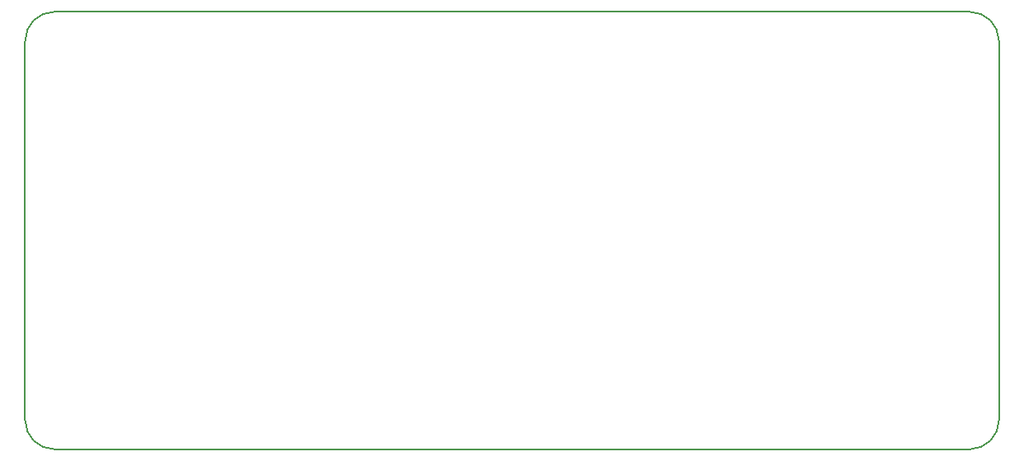
<source format=gbr>
G04 #@! TF.FileFunction,Profile,NP*
%FSLAX46Y46*%
G04 Gerber Fmt 4.6, Leading zero omitted, Abs format (unit mm)*
G04 Created by KiCad (PCBNEW 4.0.7-e2-6376~58~ubuntu17.04.1) date Tue Dec  5 16:05:34 2017*
%MOMM*%
%LPD*%
G01*
G04 APERTURE LIST*
%ADD10C,0.100000*%
%ADD11C,0.150000*%
G04 APERTURE END LIST*
D10*
D11*
X3000000Y0D02*
G75*
G03X0Y-3000000I0J-3000000D01*
G01*
X100000000Y-3000000D02*
G75*
G03X97000000Y0I-3000000J0D01*
G01*
X97000000Y-45000000D02*
G75*
G03X100000000Y-42000000I0J3000000D01*
G01*
X0Y-42000000D02*
G75*
G03X3000000Y-45000000I3000000J0D01*
G01*
X0Y-3000000D02*
X0Y-42000000D01*
X3000000Y-45000000D02*
X97000000Y-45000000D01*
X100000000Y-3000000D02*
X100000000Y-42000000D01*
X3000000Y0D02*
X97000000Y0D01*
M02*

</source>
